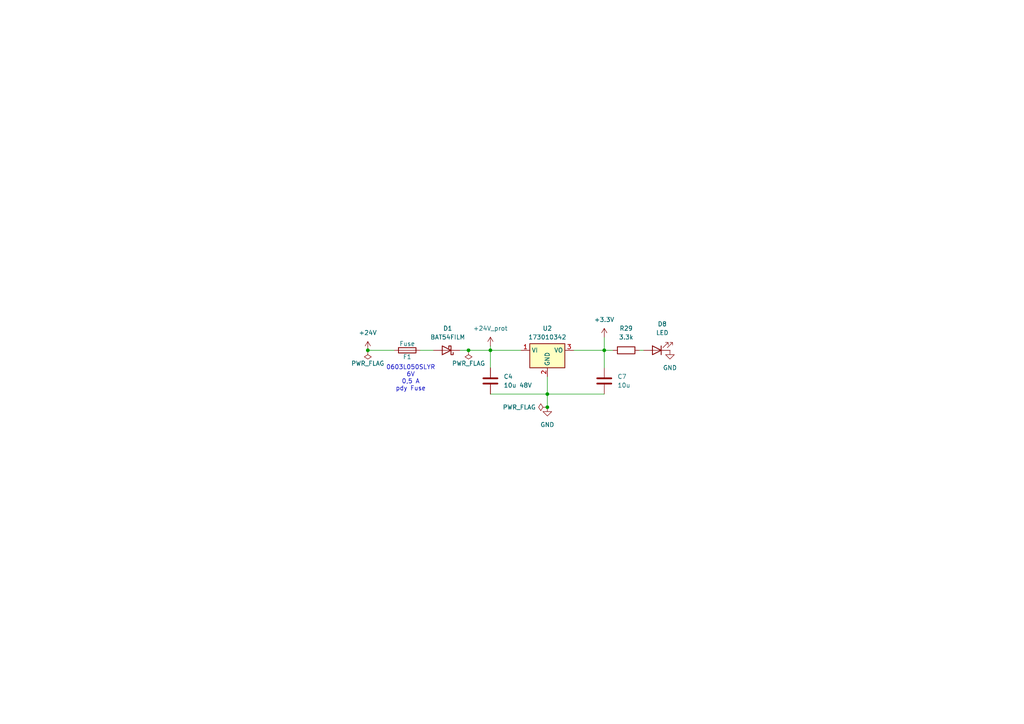
<source format=kicad_sch>
(kicad_sch (version 20231120) (generator "eeschema") (generator_version "8.0")
  (paper "A4")
  (lib_symbols
    (symbol "Device:C" (pin_numbers hide) (pin_names (offset 0.254))
      (property "Reference" "C" (at 0.635 2.54 0))
      (property "Value" "C" (at 0.635 -2.54 0))
      (symbol "C_0_1"
        (polyline (pts (xy -2.032 -0.762) (xy 2.032 -0.762)) (stroke (width 0.508)))
        (polyline (pts (xy -2.032 0.762) (xy 2.032 0.762)) (stroke (width 0.508)))
      )
      (symbol "C_1_1"
        (pin passive line (at 0 3.81 270) (length 2.794) (name "~") (number "1"))
        (pin passive line (at 0 -3.81 90) (length 2.794) (name "~") (number "2"))
      )
    )
    (symbol "Device:D_Schottky" (pin_numbers hide) (pin_names (offset 1.016) hide)
      (property "Reference" "D1" (at -0.3175 -6.35 0))
      (property "Value" "BAT54FILM" (at -0.3175 -3.81 0))
      (symbol "D_Schottky_0_1"
        (polyline (pts (xy 1.27 0) (xy -1.27 0)))
        (polyline (pts (xy 1.27 1.27) (xy 1.27 -1.27) (xy -1.27 0) (xy 1.27 1.27)) (stroke (width 0.254)))
        (polyline (pts (xy -1.905 0.635) (xy -1.905 1.27) (xy -1.27 1.27) (xy -1.27 -1.27) (xy -0.635 -1.27) (xy -0.635 -0.635)) (stroke (width 0.254)))
      )
      (symbol "D_Schottky_1_1"
        (pin passive line (at 3.81 0 180) (length 2.54) (name "A") (number "1"))
        (pin passive line (at -3.81 0 0) (length 2.54) (name "K") (number "3"))
      )
    )
    (symbol "Device:Fuse" (pin_numbers hide) (pin_names (offset 0))
      (property "Reference" "F" (at 2.032 0 90))
      (property "Value" "Fuse" (at -1.905 0 90))
      (symbol "Fuse_0_1"
        (rectangle (start -0.762 -2.54) (end 0.762 2.54) (stroke (width 0.254)))
        (polyline (pts (xy 0 2.54) (xy 0 -2.54)))
      )
      (symbol "Fuse_1_1"
        (pin passive line (at 0 3.81 270) (length 1.27) (name "~") (number "1"))
        (pin passive line (at 0 -3.81 90) (length 1.27) (name "~") (number "2"))
      )
    )
    (symbol "Device:LED" (pin_numbers hide) (pin_names (offset 1.016) hide)
      (property "Reference" "D" (at 0 2.54 0))
      (property "Value" "LED" (at 0 -2.54 0))
      (symbol "LED_0_1"
        (polyline (pts (xy -1.27 -1.27) (xy -1.27 1.27)) (stroke (width 0.254)))
        (polyline (pts (xy -1.27 0) (xy 1.27 0)))
        (polyline (pts (xy 1.27 -1.27) (xy 1.27 1.27) (xy -1.27 0) (xy 1.27 -1.27)) (stroke (width 0.254)))
        (polyline (pts (xy -3.048 -0.762) (xy -4.572 -2.286) (xy -3.81 -2.286) (xy -4.572 -2.286) (xy -4.572 -1.524)))
        (polyline (pts (xy -1.778 -0.762) (xy -3.302 -2.286) (xy -2.54 -2.286) (xy -3.302 -2.286) (xy -3.302 -1.524)))
      )
      (symbol "LED_1_1"
        (pin passive line (at -3.81 0 0) (length 2.54) (name "K") (number "1"))
        (pin passive line (at 3.81 0 180) (length 2.54) (name "A") (number "2"))
      )
    )
    (symbol "Device:R" (pin_numbers hide) (pin_names (offset 0))
      (property "Reference" "R" (at 2.032 0 90))
      (property "Value" "R" (at 0 0 90))
      (symbol "R_0_1"
        (rectangle (start -1.016 -2.54) (end 1.016 2.54) (stroke (width 0.254)))
      )
      (symbol "R_1_1"
        (pin passive line (at 0 3.81 270) (length 1.27) (name "~") (number "1"))
        (pin passive line (at 0 -3.81 90) (length 1.27) (name "~") (number "2"))
      )
    )
    (symbol "Regulator_Linear:LD1117S12TR_SOT223"
      (property "Reference" "U2" (at 0 6.35 0))
      (property "Value" "173010342" (at 0 3.81 0))
      (symbol "LD1117S12TR_SOT223_0_1"
        (rectangle (start -5.08 -5.08) (end 5.08 1.905) (stroke (width 0.254)) (fill (type background)))
      )
      (symbol "LD1117S12TR_SOT223_1_1"
        (pin power_in line (at -7.62 0 0) (length 2.54) (name "VI") (number "1"))
        (pin power_in line (at 0 -7.62 90) (length 2.54) (name "GND") (number "2"))
        (pin power_out line (at 7.62 0 180) (length 2.54) (name "VO") (number "3"))
      )
    )
    (symbol "power:+24V" (power) (pin_numbers hide) (pin_names (offset 0) hide)
      (property "Value" "+24V" (at 0 3.556 0))
      (symbol "+24V_0_1"
        (polyline (pts (xy -0.762 1.27) (xy 0 2.54)))
        (polyline (pts (xy 0 0) (xy 0 2.54)))
        (polyline (pts (xy 0 2.54) (xy 0.762 1.27)))
      )
      (symbol "+24V_1_1"
        (pin power_in line (at 0 0 90) (length 0) (name "~") (number "1"))
      )
    )
    (symbol "power:+3.3V" (power) (pin_numbers hide) (pin_names (offset 0) hide)
      (property "Value" "+3.3V" (at 0 3.556 0))
      (symbol "+3.3V_0_1"
        (polyline (pts (xy -0.762 1.27) (xy 0 2.54)))
        (polyline (pts (xy 0 0) (xy 0 2.54)))
        (polyline (pts (xy 0 2.54) (xy 0.762 1.27)))
      )
      (symbol "+3.3V_1_1"
        (pin power_in line (at 0 0 90) (length 0) (name "~") (number "1"))
      )
    )
    (symbol "power:GND" (power) (pin_numbers hide) (pin_names (offset 0) hide)
      (property "Value" "GND" (at 0 -3.81 0))
      (symbol "GND_0_1"
        (polyline (pts (xy 0 0) (xy 0 -1.27) (xy 1.27 -1.27) (xy 0 -2.54) (xy -1.27 -1.27) (xy 0 -1.27)))
      )
      (symbol "GND_1_1"
        (pin power_in line (at 0 0 270) (length 0) (name "~") (number "1"))
      )
    )
    (symbol "power:PWR_FLAG" (power) (pin_numbers hide) (pin_names (offset 0) hide)
      (property "Value" "PWR_FLAG" (at 0 3.81 0))
      (symbol "PWR_FLAG_0_0"
        (pin power_out line (at 0 0 90) (length 0) (name "~") (number "1"))
      )
      (symbol "PWR_FLAG_0_1"
        (polyline (pts (xy 0 0) (xy 0 1.27) (xy -1.016 1.905) (xy 0 2.54) (xy 1.016 1.905) (xy 0 1.27)))
      )
    )
  )
  (junction (at 106.68 101.6))
  (junction (at 175.26 101.6))
  (junction (at 142.24 101.6))
  (junction (at 135.89 101.6))
  (junction (at 158.75 114.3))
  (junction (at 158.75 118.11))
  (wire (pts (xy 175.26 97.79) (xy 175.26 101.6)))
  (wire (pts (xy 175.26 101.6) (xy 177.8 101.6)))
  (wire (pts (xy 185.42 101.6) (xy 186.69 101.6)))
  (wire (pts (xy 142.24 101.6) (xy 142.24 106.68)))
  (wire (pts (xy 142.24 101.6) (xy 151.13 101.6)))
  (wire (pts (xy 158.75 109.22) (xy 158.75 114.3)))
  (wire (pts (xy 106.68 101.6) (xy 114.3 101.6)))
  (wire (pts (xy 158.75 114.3) (xy 175.26 114.3)))
  (wire (pts (xy 133.35 101.6) (xy 135.89 101.6)))
  (wire (pts (xy 175.26 101.6) (xy 175.26 106.68)))
  (wire (pts (xy 142.24 100.33) (xy 142.24 101.6)))
  (wire (pts (xy 158.75 114.3) (xy 158.75 118.11)))
  (wire (pts (xy 142.24 114.3) (xy 158.75 114.3)))
  (wire (pts (xy 135.89 101.6) (xy 142.24 101.6)))
  (wire (pts (xy 121.92 101.6) (xy 125.73 101.6)))
  (wire (pts (xy 166.37 101.6) (xy 175.26 101.6)))
  (text "0603L050SLYR\n6V\n0,5 A\npdy Fuse" (at 119.126 109.728 0) (effects (font (size 1.27 1.27))))
  (symbol (lib_id "power:+3.3V") (at 175.26 97.79 0) (unit 1)
    (property "Reference" "#PWR012" (effects (hide yes)))
    (property "Value" "+3.3V" (at 175.26 92.71 0))
    (property "Description" "Power symbol creates a global label with name \"+3.3V\"" (effects (hide yes)))
  )
  (symbol (lib_id "power:+24V") (at 142.24 100.33 0) (unit 1)
    (property "Reference" "#PWR04" (effects (hide yes)))
    (property "Value" "+24V_prot" (at 142.24 95.25 0))
    (property "Description" "Power symbol creates a global label with name \"+24V\"" (effects (hide yes)))
  )
  (symbol (lib_id "power:PWR_FLAG") (at 135.89 101.6 180) (unit 1)
    (property "Reference" "#FLG02" (effects (hide yes)))
    (property "Value" "PWR_FLAG" (at 131.064 105.41 0) (effects (justify right)))
    (property "Description" "Special symbol for telling ERC where power comes from" (effects (hide yes)))
  )
  (symbol (lib_id "Device:C") (at 142.24 110.49 0) (unit 1)
    (property "Reference" "C4" (at 146.05 109.2199 0) (effects (justify left)))
    (property "Value" "10u 48V" (at 146.05 111.7599 0) (effects (justify left)))
    (property "Footprint" "Capacitor_SMD:C_0805_2012Metric_Pad1.18x1.45mm_HandSolder" (effects (hide yes)))
    (property "Description" "Unpolarized capacitor" (effects (hide yes)))
  )
  (symbol (lib_id "power:GND") (at 158.75 118.11 0) (unit 1)
    (property "Reference" "#PWR025" (effects (hide yes)))
    (property "Value" "GND" (at 158.75 123.19 0))
    (property "Description" "Power symbol creates a global label with name \"GND\" , ground" (effects (hide yes)))
  )
  (symbol (lib_id "Device:LED") (at 190.5 101.6 180) (unit 1)
    (property "Reference" "D8" (at 192.0875 93.98 0))
    (property "Value" "LED" (at 192.0875 96.52 0))
    (property "Footprint" "LED_SMD:LED_0603_1608Metric_Pad1.05x0.95mm_HandSolder" (effects (hide yes)))
    (property "Description" "Light emitting diode" (effects (hide yes)))
  )
  (symbol (lib_id "power:+24V") (at 106.68 101.6 0) (unit 1)
    (property "Reference" "#PWR03" (effects (hide yes)))
    (property "Value" "+24V" (at 106.68 96.52 0))
    (property "Description" "Power symbol creates a global label with name \"+24V\"" (effects (hide yes)))
  )
  (symbol (lib_id "power:PWR_FLAG") (at 158.75 118.11 90) (unit 1)
    (property "Reference" "#FLG03" (effects (hide yes)))
    (property "Value" "PWR_FLAG" (at 155.448 118.11 90) (effects (justify left)))
    (property "Description" "Special symbol for telling ERC where power comes from" (effects (hide yes)))
  )
  (symbol (lib_id "Regulator_Linear:LD1117S12TR_SOT223") (at 158.75 101.6 0) (unit 1)
    (property "Reference" "U2" (at 158.75 95.25 0))
    (property "Value" "173010342" (at 158.75 97.79 0))
    (property "Footprint" "Converter_DCDC:Converter_DCDC_TRACO_TSR-1_THT" (effects (hide yes)))
    (property "Datasheet" "https://www.we-online.com/components/products/datasheet/173010342.pdf" (effects (hide yes)))
    (property "Description" "800mA Fixed Low Drop Positive Voltage Regulator, Fixed Output 1.2V, SOT-223" (effects (hide yes)))
  )
  (symbol (lib_id "Device:R") (at 181.61 101.6 90) (unit 1)
    (property "Reference" "R29" (at 181.61 95.25 90))
    (property "Value" "3.3k" (at 181.61 97.79 90))
    (property "Footprint" "Resistor_SMD:R_0603_1608Metric_Pad0.98x0.95mm_HandSolder" (effects (hide yes)))
    (property "Description" "Resistor" (effects (hide yes)))
  )
  (symbol (lib_id "Device:Fuse") (at 118.11 101.6 90) (unit 1)
    (property "Reference" "F1" (at 118.11 103.505 90))
    (property "Value" "Fuse" (at 118.11 99.695 90))
    (property "Footprint" "Fuse:Fuse_0603_1608Metric_Pad1.05x0.95mm_HandSolder" (effects (hide yes)))
  )
  (symbol (lib_id "power:PWR_FLAG") (at 106.68 101.6 180) (unit 1)
    (property "Reference" "#FLG01" (effects (hide yes)))
    (property "Value" "PWR_FLAG" (at 101.854 105.41 0) (effects (justify right)))
    (property "Description" "Special symbol for telling ERC where power comes from" (effects (hide yes)))
  )
  (symbol (lib_id "Device:C") (at 175.26 110.49 0) (unit 1)
    (property "Reference" "C7" (at 179.07 109.2199 0) (effects (justify left)))
    (property "Value" "10u" (at 179.07 111.7599 0) (effects (justify left)))
    (property "Footprint" "Capacitor_SMD:C_0805_2012Metric_Pad1.18x1.45mm_HandSolder" (effects (hide yes)))
    (property "Description" "Unpolarized capacitor" (effects (hide yes)))
  )
  (symbol (lib_id "power:GND") (at 194.31 101.6 0) (unit 1)
    (property "Reference" "#PWR027" (effects (hide yes)))
    (property "Value" "GND" (at 194.31 106.68 0))
    (property "Description" "Power symbol creates a global label with name \"GND\" , ground" (effects (hide yes)))
  )
  (symbol (lib_id "Device:D_Schottky") (at 129.54 101.6 180) (unit 1)
    (property "Reference" "D1" (at 129.8575 95.25 0))
    (property "Value" "BAT54FILM" (at 129.8575 97.79 0))
    (property "Footprint" "Package_TO_SOT_SMD:SOT-23" (effects (hide yes)))
    (property "Description" "Schottky diode" (effects (hide yes)))
  )
)
</source>
